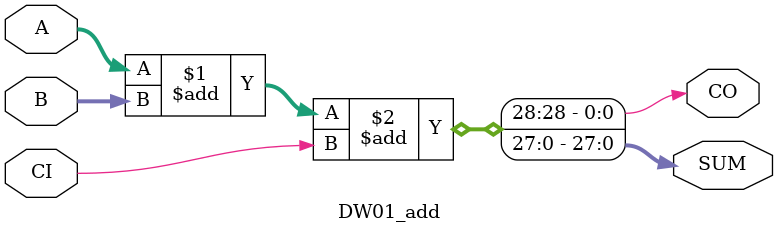
<source format=v>



module ad01d0 (A,B,CI,S,CO);

input  A,B,CI;
output S,CO;

assign {CO,S}=A+B+CI;

endmodule



//*================================Module of 1-bit Half adder===============================*/

module ah01d0 (A,B,S,CO);

input  A,B;
output S,CO;

assign {CO,S}=A+B;

endmodule


//===============================Module of parameterized Adder=======================
module DW01_add (A,B,CI,SUM,CO);
parameter DATAPATH=28;

input [DATAPATH-1:0] A,B;
input                CI;
output[DATAPATH-1:0] SUM;
output               CO;

assign {CO,SUM}=A+B+CI;

endmodule





</source>
